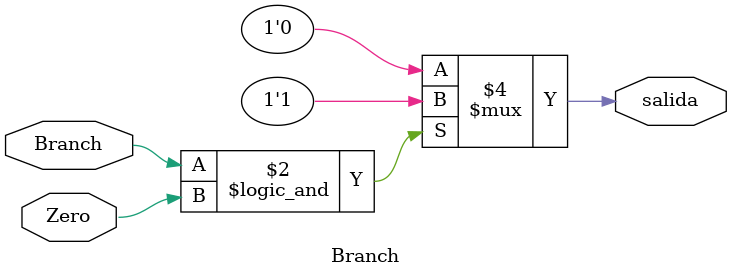
<source format=v>
`timescale 1ns / 1ps
module Branch(
		input Branch,Zero,
		output reg salida
    );
	 
always @*
	begin
		if(Branch && Zero)
			salida <= 1;
		else
			salida <= 0;
	end


endmodule

</source>
